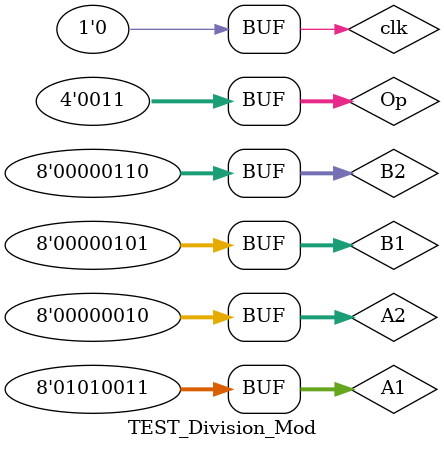
<source format=v>
`timescale 1ns / 1ps


module TEST_Division_Mod;

	// Inputs
	reg [7:0] A1;
	reg [7:0] A2;
	reg [7:0] B1;
	reg [7:0] B2;
	reg [3:0] Op;
	reg clk;

	// Outputs
	wire [7:0] Out1;
	wire [7:0] Out2;
	wire Stall;

	// Instantiate the Unit Under Test (UUT)
	Division_Mod uut (
		.A1(A1), 
		.A2(A2), 
		.B1(B1), 
		.B2(B2), 
		.Out1(Out1), 
		.Out2(Out2), 
		.Stall(Stall), 
		.Op(Op), 
		.clk(clk)
	);

	initial begin
		// Initialize Inputs
		A1 = 83;
		A2 = 2;
		B1 = 5;
		B2 = 6;
		Op = 4'b0011;
	

		clk = 0;
		#100;
 		clk = 1;
		#100;       
		clk = 0;
		#100;
 		clk = 1;
		#100;
		clk = 0;
		#100;
 		clk = 1;
		#100;
		clk = 0;
		#100;
 		clk = 1;
		#100;
		clk = 0;
		#100;
 		clk = 1;
		#100;
		clk = 0;
		#100;
 		clk = 1;
		#100;
		clk = 0;
		#100;
 		clk = 1;
		#100;
		clk = 0;
		#100;
 		clk = 1;
		#100;
		clk = 0;
		#100;
 		clk = 1;
		#100;
		clk = 0;
		#100;
 		clk = 1;
		#100;
		clk = 0;


	end
      
endmodule


</source>
